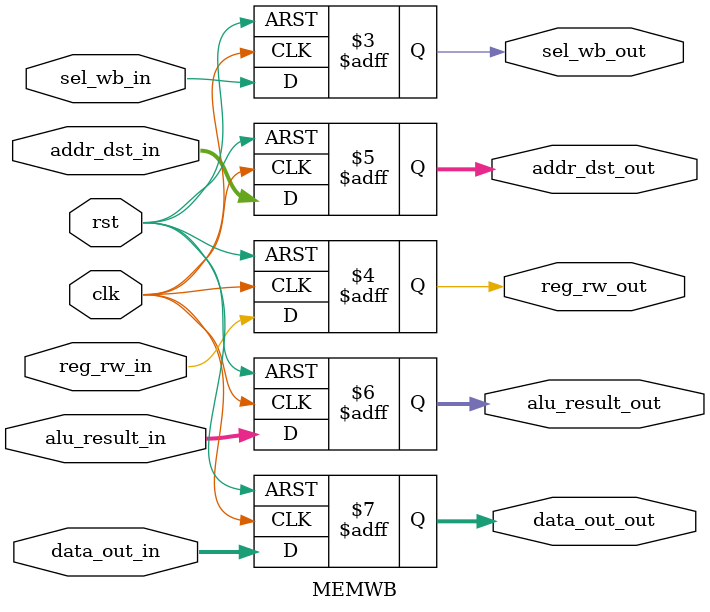
<source format=v>
`timescale 1ns/10ps
module MEMWB(sel_wb_out, reg_rw_out, addr_dst_out, alu_result_out, data_out_out
			, alu_result_in, sel_wb_in, reg_rw_in, addr_dst_in, data_out_in, clk, rst);

input sel_wb_in;
input reg_rw_in;

input [4:0] addr_dst_in;
input [31:0] alu_result_in;
input [31:0] data_out_in;
input clk;
input rst;


output reg	sel_wb_out;
output reg	reg_rw_out;

output reg	[4:0] addr_dst_out;
output reg	[31:0] alu_result_out;
output reg	[31:0] data_out_out;

always @ (posedge clk or negedge rst)
begin
	if (!rst) begin
		sel_wb_out = 0;
		reg_rw_out = 0;

		alu_result_out = 32'd0;
		data_out_out = 32'd0;
		addr_dst_out = 5'd0;
		end

		else begin
		sel_wb_out = sel_wb_in;
		reg_rw_out = reg_rw_in;

		alu_result_out = alu_result_in;
		data_out_out = data_out_in;
		addr_dst_out = addr_dst_in;
		end
	end


endmodule

</source>
